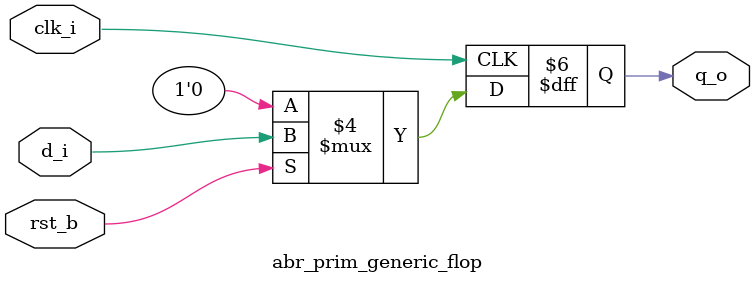
<source format=sv>

`include "abr_prim_assert.sv"

module abr_prim_generic_flop #(
  parameter int               Width      = 1,
  parameter logic [Width-1:0] ResetValue = 0
) (
  input                    clk_i,
  input                    rst_b,
  input        [Width-1:0] d_i,
  output logic [Width-1:0] q_o
);

  always_ff @(posedge clk_i) begin
    if (!rst_b) begin
      q_o <= ResetValue;
    end else begin
      q_o <= d_i;
    end
  end

endmodule

</source>
